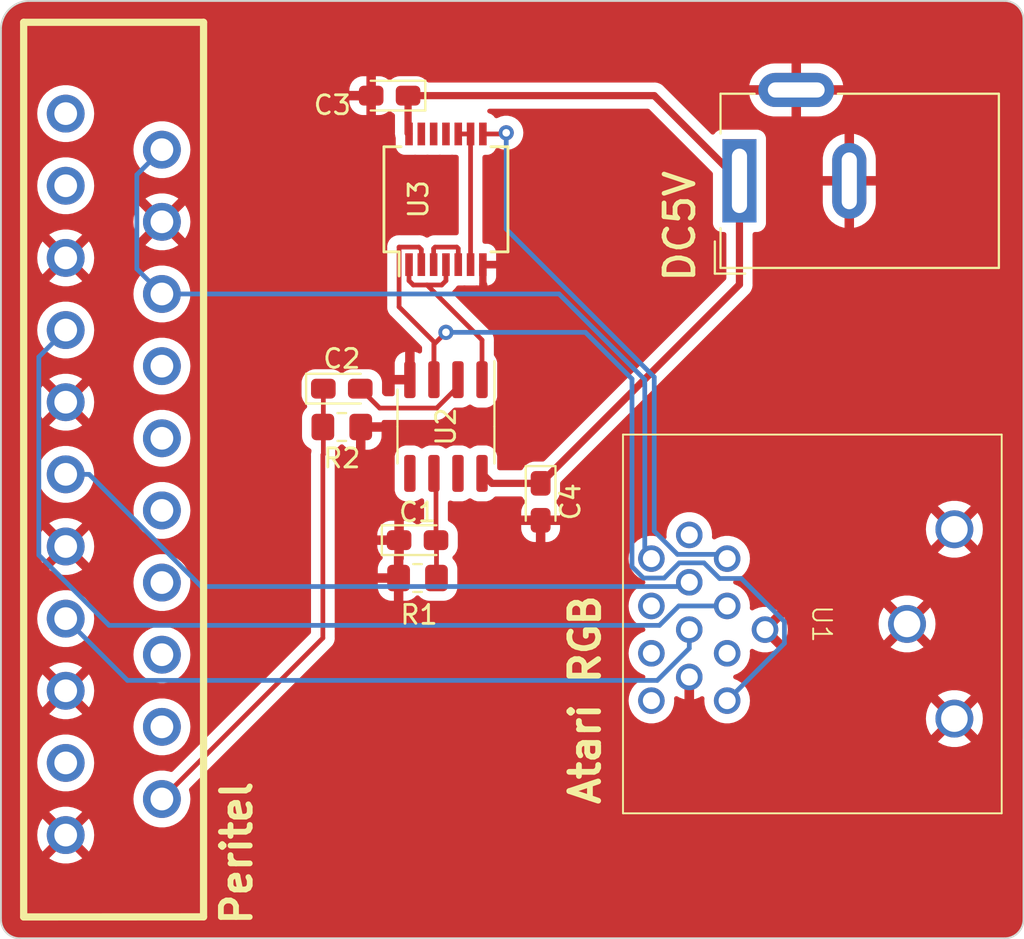
<source format=kicad_pcb>
(kicad_pcb (version 20221018) (generator pcbnew)
  (layers (0 "F.Cu" signal) (31 "B.Cu" signal) (34 "B.Paste" user) (35 "F.Paste" user) (36 "B.SilkS" user "B.Silkscreen") (37 "F.SilkS" user "F.Silkscreen") (38 "B.Mask" user) (39 "F.Mask" user) (44 "Edge.Cuts" user))
  (net 0 "")
  (net 1 "GND")
  (net 2 "Net-(U2-INT)")
  (net 3 "CVBS")
  (net 4 "Net-(U2-VIDEO)")
  (net 6 "AUDIO_L")
  (net 8 "VIDEO_B")
  (net 11 "VIDEO_G")
  (net 14 "VIDEO_R")
  (net 21 "HSYNC")
  (net 23 "VSYNC")
  (net 24 "Net-(U2-CSYNC)")
  (net 26 "+5V")
  (net 27 "Net-(U3-Pad3)")
  (net 28 "Net-(U3-Pad10)")
  (footprint "Package_SO:SSOP-14_5.3x6.2mm_P0.65mm" (layer "F.Cu") (at 141 71.475 90)
    (fp_text reference "U3" (at 0 -1.45 90) (layer "F.SilkS"))
    (fp_text value "74LS00")
    (fp_line (start -2.775 -3.275) (end -2.775 -2.475) (stroke (width 0.15)) (layer "F.SilkS"))
    (fp_line (start -2.775 -3.275) (end 2.775 -3.275) (stroke (width 0.15)) (layer "F.SilkS"))
    (fp_line (start -2.775 -2.475) (end -4.05 -2.475) (stroke (width 0.15)) (layer "F.SilkS"))
    (fp_line (start -2.775 3.275) (end -2.775 2.375) (stroke (width 0.15)) (layer "F.SilkS"))
    (fp_line (start -2.775 3.275) (end 2.775 3.275) (stroke (width 0.15)) (layer "F.SilkS"))
    (fp_line (start 2.775 -3.275) (end 2.775 -2.375) (stroke (width 0.15)) (layer "F.SilkS"))
    (fp_line (start 2.775 3.275) (end 2.775 2.375) (stroke (width 0.15)) (layer "F.SilkS"))
    (pad "1" smd rect (at -3.45 -1.95 90) (size 1.2 0.4) (layers "F.Cu" "F.Paste" "F.Mask") (net 24 "Net-(U2-CSYNC)"))
    (pad "2" smd rect (at -3.45 -1.3 90) (size 1.2 0.4) (layers "F.Cu" "F.Paste" "F.Mask") (net 23 "VSYNC"))
    (pad "3" smd rect (at -3.45 -0.65 90) (size 1.2 0.4) (layers "F.Cu" "F.Paste" "F.Mask") (net 27 "Net-(U3-Pad3)"))
    (pad "4" smd rect (at -3.45 0 90) (size 1.2 0.4) (layers "F.Cu" "F.Paste" "F.Mask") (net 24 "Net-(U2-CSYNC)"))
    (pad "5" smd rect (at -3.45 0.65 90) (size 1.2 0.4) (layers "F.Cu" "F.Paste" "F.Mask") (net 27 "Net-(U3-Pad3)"))
    (pad "6" smd rect (at -3.45 1.3 90) (size 1.2 0.4) (layers "F.Cu" "F.Paste" "F.Mask") (net 28 "Net-(U3-Pad10)"))
    (pad "7" smd rect (at -3.45 1.95 90) (size 1.2 0.4) (layers "F.Cu" "F.Paste" "F.Mask") (net 1 "GND"))
    (pad "8" smd rect (at 3.45 1.95 90) (size 1.2 0.4) (layers "F.Cu" "F.Paste" "F.Mask") (net 21 "HSYNC"))
    (pad "9" smd rect (at 3.45 1.3 90) (size 1.2 0.4) (layers "F.Cu" "F.Paste" "F.Mask") (net 28 "Net-(U3-Pad10)"))
    (pad "10" smd rect (at 3.45 0.65 90) (size 1.2 0.4) (layers "F.Cu" "F.Paste" "F.Mask") (net 28 "Net-(U3-Pad10)"))
    (pad "11" smd rect (at 3.45 0 90) (size 1.2 0.4) (layers "F.Cu" "F.Paste" "F.Mask"))
    (pad "12" smd rect (at 3.45 -0.65 90) (size 1.2 0.4) (layers "F.Cu" "F.Paste" "F.Mask"))
    (pad "13" smd rect (at 3.45 -1.3 90) (size 1.2 0.4) (layers "F.Cu" "F.Paste" "F.Mask"))
    (pad "14" smd rect (at 3.45 -1.95 90) (size 1.2 0.4) (layers "F.Cu" "F.Paste" "F.Mask") (net 26 "+5V"))
  )
  (footprint "Capacitor_Tantalum_SMD:CP_EIA-2012-15_AVX-P_Pad1.30x1.05mm_HandSolder" (layer "F.Cu") (at 138.025 66 180)
    (fp_text reference "C3" (at 3.025 -0.5) (layer "F.SilkS"))
    (fp_text value "0.1µF")
    (fp_line (start -1.885 -0.785) (end -1.885 0.785) (stroke (width 0.12)) (layer "F.SilkS"))
    (fp_line (start -1.885 0.785) (end 1 0.785) (stroke (width 0.12)) (layer "F.SilkS"))
    (fp_line (start 1 -0.785) (end -1.885 -0.785) (stroke (width 0.12)) (layer "F.SilkS"))
    (pad "1" smd roundrect (at -0.975 0 180) (size 1.3 1.05) (layers "F.Cu" "F.Paste" "F.Mask") (roundrect_rratio 0.238095) (net 26 "+5V"))
    (pad "2" smd roundrect (at 0.975 0 180) (size 1.3 1.05) (layers "F.Cu" "F.Paste" "F.Mask") (roundrect_rratio 0.238095) (net 1 "GND"))
  )
  (footprint "Capacitor_Tantalum_SMD:CP_EIA-2012-15_AVX-P_Pad1.30x1.05mm_HandSolder" (layer "F.Cu") (at 135.5 81.475)
    (fp_text reference "C2" (at 0 -1.58) (layer "F.SilkS"))
    (fp_text value "0.1µF")
    (fp_line (start -1.885 -0.785) (end -1.885 0.785) (stroke (width 0.12)) (layer "F.SilkS"))
    (fp_line (start -1.885 0.785) (end 1 0.785) (stroke (width 0.12)) (layer "F.SilkS"))
    (fp_line (start 1 -0.785) (end -1.885 -0.785) (stroke (width 0.12)) (layer "F.SilkS"))
    (pad "1" smd roundrect (at -0.975 0) (size 1.3 1.05) (layers "F.Cu" "F.Paste" "F.Mask") (roundrect_rratio 0.238095) (net 3 "CVBS"))
    (pad "2" smd roundrect (at 0.975 0) (size 1.3 1.05) (layers "F.Cu" "F.Paste" "F.Mask") (roundrect_rratio 0.238095) (net 4 "Net-(U2-VIDEO)"))
  )
  (footprint "Connector_BarrelJack:BarrelJack_Wuerth_6941xx301002" (layer "F.Cu") (at 156.5 70.5 90)
    (fp_text reference "J2" hide)
    (fp_text value "DC5V" (at -2.4 -3.15 270) (layer "F.SilkS") (effects (font (size 1.524 1.524) (thickness 0.25) bold)))
    (fp_line (start -4.9 -1.3) (end -4.9 0.3) (stroke (width 0.12)) (layer "F.SilkS"))
    (fp_line (start -4.6 -1) (end -2.5 -1) (stroke (width 0.12)) (layer "F.SilkS"))
    (fp_line (start -4.6 13.7) (end -4.6 -1) (stroke (width 0.12)) (layer "F.SilkS"))
    (fp_line (start -3.2 -1.3) (end -4.9 -1.3) (stroke (width 0.12)) (layer "F.SilkS"))
    (fp_line (start 2.5 -1) (end 4.6 -1) (stroke (width 0.12)) (layer "F.SilkS"))
    (fp_line (start 4.6 -1) (end 4.6 0.8) (stroke (width 0.12)) (layer "F.SilkS"))
    (fp_line (start 4.6 5.2) (end 4.6 13.7) (stroke (width 0.12)) (layer "F.SilkS"))
    (fp_line (start 4.6 13.7) (end -4.6 13.7) (stroke (width 0.12)) (layer "F.SilkS"))
    (pad "1" thru_hole rect (at 0 0 90) (size 4.4 1.8) (drill oval 3.4 0.8) (layers "*.Cu" "*.Mask") (net 26 "+5V"))
    (pad "2" thru_hole oval (at 0 5.8 90) (size 4 1.8) (drill oval 3 0.8) (layers "*.Cu" "*.Mask") (net 1 "GND"))
    (pad "3" thru_hole oval (at 4.8 3 180) (size 4 1.8) (drill oval 3 0.8) (layers "*.Cu" "*.Mask") (net 1 "GND"))
  )
  (footprint "Capacitor_Tantalum_SMD:CP_EIA-2012-15_AVX-P_Pad1.30x1.05mm_HandSolder" (layer "F.Cu") (at 146 87.45 -90)
    (fp_text reference "C4" (at 0 -1.58 90) (layer "F.SilkS"))
    (fp_text value "0.1µF")
    (fp_line (start -1.885 -0.785) (end -1.885 0.785) (stroke (width 0.12)) (layer "F.SilkS"))
    (fp_line (start -1.885 0.785) (end 1 0.785) (stroke (width 0.12)) (layer "F.SilkS"))
    (fp_line (start 1 -0.785) (end -1.885 -0.785) (stroke (width 0.12)) (layer "F.SilkS"))
    (pad "1" smd roundrect (at -0.975 0 270) (size 1.3 1.05) (layers "F.Cu" "F.Paste" "F.Mask") (roundrect_rratio 0.238095) (net 26 "+5V"))
    (pad "2" smd roundrect (at 0.975 0 270) (size 1.3 1.05) (layers "F.Cu" "F.Paste" "F.Mask") (roundrect_rratio 0.238095) (net 1 "GND"))
  )
  (footprint "Capacitor_Tantalum_SMD:CP_EIA-2012-15_AVX-P_Pad1.30x1.05mm_HandSolder" (layer "F.Cu") (at 139.5 89.475)
    (fp_text reference "C1" (at 0 -1.475) (layer "F.SilkS"))
    (fp_text value "0.1µ")
    (fp_line (start -1.885 -0.785) (end -1.885 0.785) (stroke (width 0.12)) (layer "F.SilkS"))
    (fp_line (start -1.885 0.785) (end 1 0.785) (stroke (width 0.12)) (layer "F.SilkS"))
    (fp_line (start 1 -0.785) (end -1.885 -0.785) (stroke (width 0.12)) (layer "F.SilkS"))
    (pad "1" smd roundrect (at -0.975 0) (size 1.3 1.05) (layers "F.Cu" "F.Paste" "F.Mask") (roundrect_rratio 0.238095) (net 1 "GND"))
    (pad "2" smd roundrect (at 0.975 0) (size 1.3 1.05) (layers "F.Cu" "F.Paste" "F.Mask") (roundrect_rratio 0.238095) (net 2 "Net-(U2-INT)"))
  )
  (footprint "Resistor_SMD:R_0805_2012Metric_Pad1.20x1.40mm_HandSolder" (layer "F.Cu") (at 135.5 83.5 180)
    (fp_text reference "R2" (at 0 -1.65) (layer "F.SilkS"))
    (fp_text value "75Ω")
    (fp_line (start -0.227064 -0.735) (end 0.227064 -0.735) (stroke (width 0.12)) (layer "F.SilkS"))
    (fp_line (start -0.227064 0.735) (end 0.227064 0.735) (stroke (width 0.12)) (layer "F.SilkS"))
    (pad "1" smd roundrect (at -1 0 180) (size 1.2 1.4) (layers "F.Cu" "F.Paste" "F.Mask") (roundrect_rratio 0.208333) (net 1 "GND"))
    (pad "2" smd roundrect (at 1 0 180) (size 1.2 1.4) (layers "F.Cu" "F.Paste" "F.Mask") (roundrect_rratio 0.208333) (net 3 "CVBS"))
  )
  (footprint "Resistor_SMD:R_0805_2012Metric_Pad1.20x1.40mm_HandSolder" (layer "F.Cu") (at 139.5 91.475)
    (fp_text reference "R1" (at 0.076589 1.938278) (layer "F.SilkS"))
    (fp_text value "680kΩ")
    (fp_line (start -0.227064 -0.735) (end 0.227064 -0.735) (stroke (width 0.12)) (layer "F.SilkS"))
    (fp_line (start -0.227064 0.735) (end 0.227064 0.735) (stroke (width 0.12)) (layer "F.SilkS"))
    (pad "1" smd roundrect (at -1 0) (size 1.2 1.4) (layers "F.Cu" "F.Paste" "F.Mask") (roundrect_rratio 0.208333) (net 1 "GND"))
    (pad "2" smd roundrect (at 1 0) (size 1.2 1.4) (layers "F.Cu" "F.Paste" "F.Mask") (roundrect_rratio 0.208333) (net 2 "Net-(U2-INT)"))
  )
  (footprint "sc1224-scart:SCART" (layer "F.Cu") (at 128.19964 86 90)
    (fp_text reference "J1")
    (fp_text value "Peritel" (at -20 1.75 270) (layer "F.SilkS") (effects (font (size 1.524 1.524) (thickness 0.3048))))
    (fp_line (start -23.372 -9.5) (end 23.872 -9.5) (stroke (width 0.381)) (layer "F.SilkS"))
    (fp_line (start -23.372 0) (end 23.872 0) (stroke (width 0.381)) (layer "F.SilkS"))
    (fp_line (start -23.368 0) (end -23.372 -9.5) (stroke (width 0.381)) (layer "F.SilkS"))
    (fp_line (start 23.872 -9.5) (end 23.872 0) (stroke (width 0.381)) (layer "F.SilkS"))
    (pad "1" thru_hole circle (at 19.05 -7.27964 90) (size 1.99898 1.99898) (drill 1.19888) (layers "*.Cu" "*.Mask"))
    (pad "2" thru_hole circle (at 17.145 -2.19964 90) (size 1.99898 1.99898) (drill 1.19888) (layers "*.Cu" "*.Mask") (net 6 "AUDIO_L"))
    (pad "3" thru_hole circle (at 15.24 -7.27964 90) (size 1.99898 1.99898) (drill 1.19888) (layers "*.Cu" "*.Mask"))
    (pad "4" thru_hole circle (at 13.335 -2.19964 90) (size 1.99898 1.99898) (drill 1.19888) (layers "*.Cu" "*.Mask") (net 1 "GND"))
    (pad "5" thru_hole circle (at 11.43 -7.27964 90) (size 1.99898 1.99898) (drill 1.19888) (layers "*.Cu" "*.Mask") (net 1 "GND"))
    (pad "6" thru_hole circle (at 9.525 -2.19964 90) (size 1.99898 1.99898) (drill 1.19888) (layers "*.Cu" "*.Mask") (net 6 "AUDIO_L"))
    (pad "7" thru_hole circle (at 7.62 -7.27964 90) (size 1.99898 1.99898) (drill 1.19888) (layers "*.Cu" "*.Mask") (net 8 "VIDEO_B"))
    (pad "8" thru_hole circle (at 5.715 -2.19964 90) (size 1.99898 1.99898) (drill 1.19888) (layers "*.Cu" "*.Mask"))
    (pad "9" thru_hole circle (at 3.81 -7.27964 90) (size 1.99898 1.99898) (drill 1.19888) (layers "*.Cu" "*.Mask") (net 1 "GND"))
    (pad "10" thru_hole circle (at 1.905 -2.19964 90) (size 1.99898 1.99898) (drill 1.19888) (layers "*.Cu" "*.Mask"))
    (pad "11" thru_hole circle (at 0 -7.27964 90) (size 1.99898 1.99898) (drill 1.19888) (layers "*.Cu" "*.Mask") (net 11 "VIDEO_G"))
    (pad "12" thru_hole circle (at -1.905 -2.19964 90) (size 1.99898 1.99898) (drill 1.19888) (layers "*.Cu" "*.Mask"))
    (pad "13" thru_hole circle (at -3.81 -7.27964 90) (size 1.99898 1.99898) (drill 1.19888) (layers "*.Cu" "*.Mask") (net 1 "GND"))
    (pad "14" thru_hole circle (at -5.715 -2.19964 90) (size 1.99898 1.99898) (drill 1.19888) (layers "*.Cu" "*.Mask"))
    (pad "15" thru_hole circle (at -7.62 -7.27964 90) (size 1.99898 1.99898) (drill 1.19888) (layers "*.Cu" "*.Mask") (net 14 "VIDEO_R"))
    (pad "16" thru_hole circle (at -9.525 -2.19964 90) (size 1.99898 1.99898) (drill 1.19888) (layers "*.Cu" "*.Mask"))
    (pad "17" thru_hole circle (at -11.43 -7.27964 90) (size 1.99898 1.99898) (drill 1.19888) (layers "*.Cu" "*.Mask") (net 1 "GND"))
    (pad "18" thru_hole circle (at -13.335 -2.19964 90) (size 1.99898 1.99898) (drill 1.19888) (layers "*.Cu" "*.Mask"))
    (pad "19" thru_hole circle (at -15.24 -7.27964 90) (size 1.99898 1.99898) (drill 1.19888) (layers "*.Cu" "*.Mask"))
    (pad "20" thru_hole circle (at -17.145 -2.19964 90) (size 1.99898 1.99898) (drill 1.19888) (layers "*.Cu" "*.Mask") (net 3 "CVBS"))
    (pad "21" thru_hole circle (at -19.05 -7.27964 90) (size 1.99898 1.99898) (drill 1.19888) (layers "*.Cu" "*.Mask") (net 1 "GND"))
  )
  (footprint "Package_SO:SOIC-8_3.9x4.9mm_P1.27mm" (layer "F.Cu") (at 141 83.475 -90)
    (fp_text reference "U2" (at 0 0 90) (layer "F.SilkS"))
    (fp_text value "LM1881")
    (fp_line (start 0 -2.56) (end -3.45 -2.56) (stroke (width 0.12)) (layer "F.SilkS"))
    (fp_line (start 0 -2.56) (end 1.95 -2.56) (stroke (width 0.12)) (layer "F.SilkS"))
    (fp_line (start 0 2.56) (end -1.95 2.56) (stroke (width 0.12)) (layer "F.SilkS"))
    (fp_line (start 0 2.56) (end 1.95 2.56) (stroke (width 0.12)) (layer "F.SilkS"))
    (pad "1" smd roundrect (at -2.475 -1.905 270) (size 1.95 0.6) (layers "F.Cu" "F.Paste" "F.Mask") (net 24 "Net-(U2-CSYNC)"))
    (pad "2" smd roundrect (at -2.475 -0.635 270) (size 1.95 0.6) (layers "F.Cu" "F.Paste" "F.Mask") (net 4 "Net-(U2-VIDEO)"))
    (pad "3" smd roundrect (at -2.475 0.635 270) (size 1.95 0.6) (layers "F.Cu" "F.Paste" "F.Mask") (net 23 "VSYNC"))
    (pad "4" smd roundrect (at -2.475 1.905 270) (size 1.95 0.6) (layers "F.Cu" "F.Paste" "F.Mask") (net 1 "GND"))
    (pad "5" smd roundrect (at 2.475 1.905 270) (size 1.95 0.6) (layers "F.Cu" "F.Paste" "F.Mask"))
    (pad "6" smd roundrect (at 2.475 0.635 270) (size 1.95 0.6) (layers "F.Cu" "F.Paste" "F.Mask") (net 2 "Net-(U2-INT)"))
    (pad "7" smd roundrect (at 2.475 -0.635 270) (size 1.95 0.6) (layers "F.Cu" "F.Paste" "F.Mask"))
    (pad "8" smd roundrect (at 2.475 -1.905 270) (size 1.95 0.6) (layers "F.Cu" "F.Paste" "F.Mask") (net 26 "+5V"))
  )
  (footprint "sc1224-scart:DIN-13" (layer "F.Cu") (at 170.35 93.9 -90)
    (fp_text reference "U1" (at 0 9.5 -90 unlocked) (layer "F.SilkS") (effects (font (thickness 0.1))))
    (fp_text value "Atari RGB" (at 4 22 90 unlocked) (layer "F.SilkS") (effects (font (size 1.524 1.524) (thickness 0.3048) bold)))
    (fp_line (start -10 0) (end 10 0) (stroke (width 0.1)) (layer "F.SilkS"))
    (fp_line (start -10 20) (end -10 0) (stroke (width 0.1)) (layer "F.SilkS"))
    (fp_line (start 10 0) (end 10 20) (stroke (width 0.1)) (layer "F.SilkS"))
    (fp_line (start 10 20) (end -10 20) (stroke (width 0.1)) (layer "F.SilkS"))
    (pad "" thru_hole circle (at -5 2.5 270) (size 2 2) (drill 1.4) (layers "*.Cu" "*.Mask") (net 1 "GND"))
    (pad "" thru_hole circle (at 0 5 270) (size 2 2) (drill 1.4) (layers "*.Cu" "*.Mask") (net 1 "GND"))
    (pad "" thru_hole circle (at 5 2.5 270) (size 2 2) (drill 1.4) (layers "*.Cu" "*.Mask") (net 1 "GND"))
    (pad "1" thru_hole circle (at -3.45 18.5 270) (size 1.4 1.4) (drill 0.9) (layers "*.Cu" "*.Mask") (net 6 "AUDIO_L"))
    (pad "2" thru_hole circle (at -0.95 18.5 270) (size 1.4 1.4) (drill 0.9) (layers "*.Cu" "*.Mask"))
    (pad "3" thru_hole circle (at 1.55 18.5 270) (size 1.4 1.4) (drill 0.9) (layers "*.Cu" "*.Mask"))
    (pad "4" thru_hole circle (at 4.05 18.5 270) (size 1.4 1.4) (drill 0.9) (layers "*.Cu" "*.Mask"))
    (pad "5" thru_hole circle (at -4.7 16.5 270) (size 1.4 1.4) (drill 0.9) (layers "*.Cu" "*.Mask"))
    (pad "6" thru_hole circle (at -2.2 16.5 270) (size 1.4 1.4) (drill 0.9) (layers "*.Cu" "*.Mask") (net 11 "VIDEO_G"))
    (pad "7" thru_hole circle (at 0.3 16.5 270) (size 1.4 1.4) (drill 0.9) (layers "*.Cu" "*.Mask") (net 14 "VIDEO_R"))
    (pad "8" thru_hole circle (at 2.8 16.5 270) (size 1.4 1.4) (drill 0.9) (layers "*.Cu" "*.Mask") (net 1 "GND"))
    (pad "9" thru_hole circle (at -3.45 14.5 270) (size 1.4 1.4) (drill 0.9) (layers "*.Cu" "*.Mask") (net 21 "HSYNC"))
    (pad "10" thru_hole circle (at -0.95 14.5 270) (size 1.4 1.4) (drill 0.9) (layers "*.Cu" "*.Mask") (net 8 "VIDEO_B"))
    (pad "11" thru_hole circle (at 1.55 14.5 270) (size 1.4 1.4) (drill 0.9) (layers "*.Cu" "*.Mask"))
    (pad "12" thru_hole circle (at 4.05 14.5 270) (size 1.4 1.4) (drill 0.9) (layers "*.Cu" "*.Mask") (net 23 "VSYNC"))
    (pad "13" thru_hole circle (at 0.3 12.5 270) (size 1.4 1.4) (drill 0.9) (layers "*.Cu" "*.Mask") (net 1 "GND"))
  )
  (gr_line (start 118.5 110.5) (end 170.5 110.5) (stroke (width 0.1)) (layer "Edge.Cuts"))
  (gr_arc (start 117.5 62.5) (mid 117.93934 61.43934) (end 119 61) (stroke (width 0.1)) (layer "Edge.Cuts"))
  (gr_arc (start 170.5 61) (mid 171.207107 61.292893) (end 171.5 62) (stroke (width 0.1)) (layer "Edge.Cuts"))
  (gr_line (start 171.5 100) (end 171.5 109.5) (stroke (width 0.1)) (layer "Edge.Cuts"))
  (gr_line (start 119 61) (end 170.5 61) (stroke (width 0.1)) (layer "Edge.Cuts"))
  (gr_line (start 171.5 62) (end 171.5 100) (stroke (width 0.1)) (layer "Edge.Cuts"))
  (gr_line (start 117.5 62.5) (end 117.5 109.5) (stroke (width 0.1)) (layer "Edge.Cuts"))
  (gr_arc (start 118.5 110.5) (mid 117.792893 110.207107) (end 117.5 109.5) (stroke (width 0.1)) (layer "Edge.Cuts"))
  (gr_arc (start 171.5 109.5) (mid 171.207107 110.207107) (end 170.5 110.5) (stroke (width 0.1)) (layer "Edge.Cuts"))
  (segment (start 143 76) (end 142.95 75.95) (width 0.381) (layer "F.Cu") (net 1))
  (segment (start 142.95 74.925) (end 142.95 75.95) (width 0.381) (layer "F.Cu") (net 1))
  (segment (start 153.85 96.7) (end 153.85 98.35) (width 0.508) (layer "F.Cu") (net 1))
  (segment (start 140.475 86.06) (end 140.365 85.95) (width 0.25) (layer "F.Cu") (net 2))
  (segment (start 140.5 91.475) (end 140.5 89.5) (width 0.25) (layer "F.Cu") (net 2))
  (segment (start 140.5 89.5) (end 140.475 89.475) (width 0.25) (layer "F.Cu") (net 2))
  (segment (start 140.475 89.475) (end 140.475 86.06) (width 0.25) (layer "F.Cu") (net 2))
  (segment (start 134.5 94.645) (end 134.5 84.975) (width 0.25) (layer "F.Cu") (net 3))
  (segment (start 126 103.145) (end 134.5 94.645) (width 0.25) (layer "F.Cu") (net 3))
  (segment (start 134.525 81.475) (end 134.525 84.95) (width 0.25) (layer "F.Cu") (net 3))
  (segment (start 134.525 84.95) (end 134.5 84.975) (width 0.25) (layer "F.Cu") (net 3))
  (segment (start 141.635 81.376751) (end 141.635 81) (width 0.25) (layer "F.Cu") (net 4))
  (segment (start 136.475 81.475) (end 137.5 82.5) (width 0.25) (layer "F.Cu") (net 4))
  (segment (start 140.511751 82.5) (end 141.635 81.376751) (width 0.25) (layer "F.Cu") (net 4))
  (segment (start 137.5 82.5) (end 140.511751 82.5) (width 0.25) (layer "F.Cu") (net 4))
  (segment (start 126 76.475) (end 146.975 76.475) (width 0.25) (layer "B.Cu") (net 6))
  (segment (start 151.5 81) (end 151.5 90.1) (width 0.25) (layer "B.Cu") (net 6))
  (segment (start 146.975 76.475) (end 151.5 81) (width 0.25) (layer "B.Cu") (net 6))
  (segment (start 126 68.855) (end 124.67551 70.17949) (width 0.25) (layer "B.Cu") (net 6))
  (segment (start 124.67551 70.17949) (end 124.67551 75.15051) (width 0.25) (layer "B.Cu") (net 6))
  (segment (start 124.67551 75.15051) (end 126 76.475) (width 0.25) (layer "B.Cu") (net 6))
  (segment (start 151.5 90.1) (end 151.85 90.45) (width 0.25) (layer "B.Cu") (net 6))
  (segment (start 155.85 92.95) (end 153.299569 92.95) (width 0.25) (layer "B.Cu") (net 8))
  (segment (start 119.5 79.8) (end 120.92 78.38) (width 0.25) (layer "B.Cu") (net 8))
  (segment (start 152.274569 93.975) (end 123.211888 93.975) (width 0.25) (layer "B.Cu") (net 8))
  (segment (start 119.5 90.263112) (end 119.5 79.8) (width 0.25) (layer "B.Cu") (net 8))
  (segment (start 123.211888 93.975) (end 119.5 90.263112) (width 0.25) (layer "B.Cu") (net 8))
  (segment (start 153.299569 92.95) (end 152.274569 93.975) (width 0.25) (layer "B.Cu") (net 8))
  (segment (start 122.158112 86) (end 128.083112 91.925) (width 0.25) (layer "B.Cu") (net 11))
  (segment (start 153.625 91.925) (end 153.85 91.7) (width 0.25) (layer "B.Cu") (net 11))
  (segment (start 128.083112 91.925) (end 153.625 91.925) (width 0.25) (layer "B.Cu") (net 11))
  (segment (start 120.92 86) (end 122.158112 86) (width 0.25) (layer "B.Cu") (net 11))
  (segment (start 152.158571 96.881378) (end 124.181378 96.881378) (width 0.25) (layer "B.Cu") (net 14))
  (segment (start 153.85 95.189949) (end 152.158571 96.881378) (width 0.25) (layer "B.Cu") (net 14))
  (segment (start 124.181378 96.881378) (end 120.92 93.62) (width 0.25) (layer "B.Cu") (net 14))
  (segment (start 153.85 94.2) (end 153.85 95.189949) (width 0.25) (layer "B.Cu") (net 14))
  (segment (start 144 68) (end 144.183175 67.963025) (width 0.25) (layer "F.Cu") (net 21))
  (segment (start 144.183175 67.963025) (end 143.975 68.025) (width 0.25) (layer "F.Cu") (net 21))
  (segment (start 142.95 68.025) (end 143.975 68.025) (width 0.25) (layer "F.Cu") (net 21))
  (via (at 144.183175 67.963025) (size 0.8) (drill 0.4) (layers "F.Cu" "B.Cu") (net 21))
  (segment (start 152 89) (end 153.225 90.225) (width 0.25) (layer "B.Cu") (net 21))
  (segment (start 153.225 90.225) (end 155.625 90.225) (width 0.25) (layer "B.Cu") (net 21))
  (segment (start 155.625 90.225) (end 155.85 90.45) (width 0.25) (layer "B.Cu") (net 21))
  (segment (start 152 80.863604) (end 152 89) (width 0.25) (layer "B.Cu") (net 21))
  (segment (start 144.183175 67.963025) (end 144.183175 73.046779) (width 0.25) (layer "B.Cu") (net 21))
  (segment (start 144.183175 73.046779) (end 152 80.863604) (width 0.25) (layer "B.Cu") (net 21))
  (segment (start 138.525 77.16) (end 138.525 74) (width 0.25) (layer "F.Cu") (net 23))
  (segment (start 140.365 79.135) (end 141 78.5) (width 0.25) (layer "F.Cu") (net 23))
  (segment (start 139.7 74.125) (end 139.7 74.925) (width 0.25) (layer "F.Cu") (net 23))
  (segment (start 138.525 74) (end 139.575 74) (width 0.25) (layer "F.Cu") (net 23))
  (segment (start 140.365 81) (end 140.365 79.135) (width 0.25) (layer "F.Cu") (net 23))
  (segment (start 139.575 74) (end 139.7 74.125) (width 0.25) (layer "F.Cu") (net 23))
  (segment (start 140.365 81) (end 140.365 79) (width 0.25) (layer "F.Cu") (net 23))
  (segment (start 140.365 79) (end 138.525 77.16) (width 0.25) (layer "F.Cu") (net 23))
  (via (at 141 78.5) (size 0.8) (drill 0.4) (layers "F.Cu" "B.Cu") (net 23))
  (segment (start 158.875 93.775431) (end 158.875 94.925) (width 0.25) (layer "B.Cu") (net 23))
  (segment (start 154.625431 90.675) (end 155.450431 91.5) (width 0.25) (layer "B.Cu") (net 23))
  (segment (start 153.325 90.675) (end 154.625431 90.675) (width 0.25) (layer "B.Cu") (net 23))
  (segment (start 148.363604 78.5) (end 150.825 80.961396) (width 0.25) (layer "B.Cu") (net 23))
  (segment (start 155.450431 91.5) (end 156.599569 91.5) (width 0.25) (layer "B.Cu") (net 23))
  (segment (start 156.599569 91.5) (end 158.875 93.775431) (width 0.25) (layer "B.Cu") (net 23))
  (segment (start 151.425431 91.475) (end 152.525 91.475) (width 0.25) (layer "B.Cu") (net 23))
  (segment (start 150.825 90.874569) (end 151.425431 91.475) (width 0.25) (layer "B.Cu") (net 23))
  (segment (start 152.525 91.475) (end 153.325 90.675) (width 0.25) (layer "B.Cu") (net 23))
  (segment (start 141 78.5) (end 148.363604 78.5) (width 0.25) (layer "B.Cu") (net 23))
  (segment (start 150.825 80.961396) (end 150.825 90.874569) (width 0.25) (layer "B.Cu") (net 23))
  (segment (start 158.875 94.925) (end 155.85 97.95) (width 0.25) (layer "B.Cu") (net 23))
  (segment (start 139.275 76) (end 140 76) (width 0.25) (layer "F.Cu") (net 24))
  (segment (start 140 76) (end 142.905 78.905) (width 0.25) (layer "F.Cu") (net 24))
  (segment (start 142.905 78.905) (end 142.905 81) (width 0.25) (layer "F.Cu") (net 24))
  (segment (start 139.05 75.775) (end 139.275 76) (width 0.25) (layer "F.Cu") (net 24))
  (segment (start 139.05 74.925) (end 139.05 75.775) (width 0.25) (layer "F.Cu") (net 24))
  (segment (start 140.775 76) (end 141 75.775) (width 0.25) (layer "F.Cu") (net 24))
  (segment (start 141 75.775) (end 141 74.925) (width 0.25) (layer "F.Cu") (net 24))
  (segment (start 140 76) (end 140.775 76) (width 0.25) (layer "F.Cu") (net 24))
  (segment (start 156.5 75.975) (end 146 86.475) (width 0.381) (layer "F.Cu") (net 26))
  (segment (start 156.5 70.5) (end 152 66) (width 0.381) (layer "F.Cu") (net 26))
  (segment (start 139 67.975) (end 139.05 68.025) (width 0.381) (layer "F.Cu") (net 26))
  (segment (start 156.5 70.5) (end 156.5 75.975) (width 0.381) (layer "F.Cu") (net 26))
  (segment (start 152 66) (end 139 66) (width 0.381) (layer "F.Cu") (net 26))
  (segment (start 142.905 85.95) (end 143.43 86.475) (width 0.381) (layer "F.Cu") (net 26))
  (segment (start 143.43 86.475) (end 146 86.475) (width 0.381) (layer "F.Cu") (net 26))
  (segment (start 139 66) (end 139 67.975) (width 0.381) (layer "F.Cu") (net 26))
  (segment (start 140.35 74.075) (end 140.425 74) (width 0.25) (layer "F.Cu") (net 27))
  (segment (start 141.65 74.075) (end 141.65 74.925) (width 0.25) (layer "F.Cu") (net 27))
  (segment (start 140.35 74.925) (end 140.35 74.075) (width 0.25) (layer "F.Cu") (net 27))
  (segment (start 141.575 74) (end 141.65 74.075) (width 0.25) (layer "F.Cu") (net 27))
  (segment (start 140.425 74) (end 141.575 74) (width 0.25) (layer "F.Cu") (net 27))
  (segment (start 141.65 68.025) (end 142.3 68.025) (width 0.25) (layer "F.Cu") (net 28))
  (segment (start 142.3 74.925) (end 142.3 68.025) (width 0.25) (layer "F.Cu") (net 28))
  (zone (net 1) (net_name "GND") (layer "F.Cu") (connect_pads (clearance 0.5)) (min_thickness 0.25) (fill yes (thermal_gap 0.5) (thermal_bridge_width 0.5))
    (polygon (pts (xy 117.5 61) (xy 171.5 61) (xy 171.5 110.5) (xy 117.5 110.5)))
  )
)
</source>
